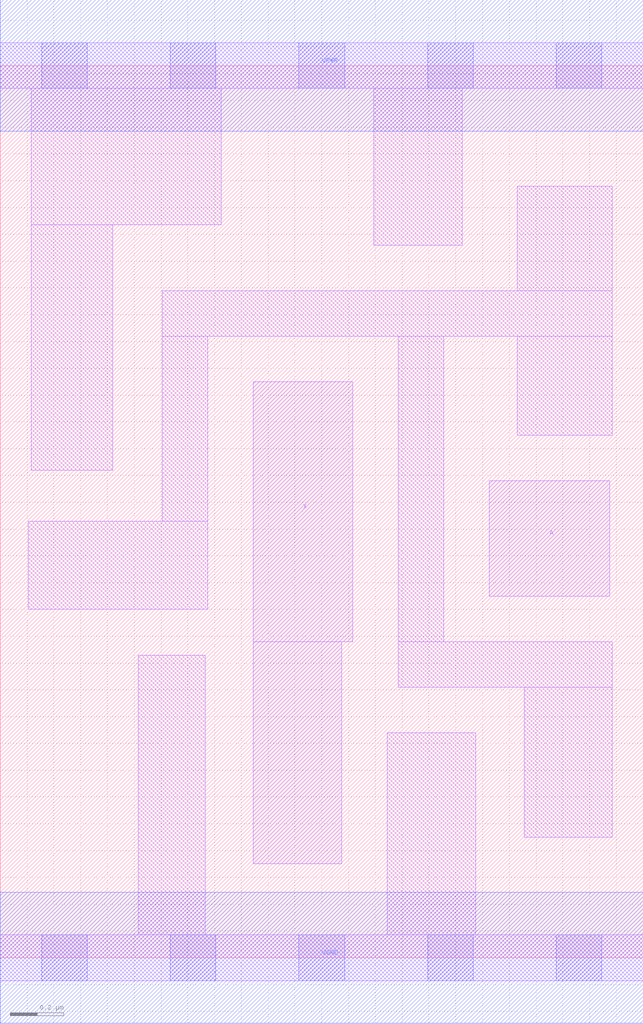
<source format=lef>
# Copyright 2020 The SkyWater PDK Authors
#
# Licensed under the Apache License, Version 2.0 (the "License");
# you may not use this file except in compliance with the License.
# You may obtain a copy of the License at
#
#     https://www.apache.org/licenses/LICENSE-2.0
#
# Unless required by applicable law or agreed to in writing, software
# distributed under the License is distributed on an "AS IS" BASIS,
# WITHOUT WARRANTIES OR CONDITIONS OF ANY KIND, either express or implied.
# See the License for the specific language governing permissions and
# limitations under the License.
#
# SPDX-License-Identifier: Apache-2.0

VERSION 5.7 ;
  NAMESCASESENSITIVE ON ;
  NOWIREEXTENSIONATPIN ON ;
  DIVIDERCHAR "/" ;
  BUSBITCHARS "[]" ;
UNITS
  DATABASE MICRONS 200 ;
END UNITS
MACRO sky130_fd_sc_ms__buf_2
  CLASS CORE ;
  SOURCE USER ;
  FOREIGN sky130_fd_sc_ms__buf_2 ;
  ORIGIN  0.000000  0.000000 ;
  SIZE  2.400000 BY  3.330000 ;
  SYMMETRY X Y ;
  SITE unit ;
  PIN A
    ANTENNAGATEAREA  0.276000 ;
    DIRECTION INPUT ;
    USE SIGNAL ;
    PORT
      LAYER li1 ;
        RECT 1.825000 1.350000 2.275000 1.780000 ;
    END
  END A
  PIN X
    ANTENNADIFFAREA  0.509600 ;
    DIRECTION OUTPUT ;
    USE SIGNAL ;
    PORT
      LAYER li1 ;
        RECT 0.945000 0.350000 1.275000 1.180000 ;
        RECT 0.945000 1.180000 1.315000 2.150000 ;
    END
  END X
  PIN VGND
    DIRECTION INOUT ;
    USE GROUND ;
    PORT
      LAYER met1 ;
        RECT 0.000000 -0.245000 2.400000 0.245000 ;
    END
  END VGND
  PIN VPWR
    DIRECTION INOUT ;
    USE POWER ;
    PORT
      LAYER met1 ;
        RECT 0.000000 3.085000 2.400000 3.575000 ;
    END
  END VPWR
  OBS
    LAYER li1 ;
      RECT 0.000000 -0.085000 2.400000 0.085000 ;
      RECT 0.000000  3.245000 2.400000 3.415000 ;
      RECT 0.105000  1.300000 0.775000 1.630000 ;
      RECT 0.115000  1.820000 0.420000 2.735000 ;
      RECT 0.115000  2.735000 0.825000 3.245000 ;
      RECT 0.515000  0.085000 0.765000 1.130000 ;
      RECT 0.605000  1.630000 0.775000 2.320000 ;
      RECT 0.605000  2.320000 2.285000 2.490000 ;
      RECT 1.395000  2.660000 1.725000 3.245000 ;
      RECT 1.445000  0.085000 1.775000 0.840000 ;
      RECT 1.485000  1.010000 2.285000 1.180000 ;
      RECT 1.485000  1.180000 1.655000 2.320000 ;
      RECT 1.930000  1.950000 2.285000 2.320000 ;
      RECT 1.930000  2.490000 2.285000 2.880000 ;
      RECT 1.955000  0.450000 2.285000 1.010000 ;
    LAYER mcon ;
      RECT 0.155000 -0.085000 0.325000 0.085000 ;
      RECT 0.155000  3.245000 0.325000 3.415000 ;
      RECT 0.635000 -0.085000 0.805000 0.085000 ;
      RECT 0.635000  3.245000 0.805000 3.415000 ;
      RECT 1.115000 -0.085000 1.285000 0.085000 ;
      RECT 1.115000  3.245000 1.285000 3.415000 ;
      RECT 1.595000 -0.085000 1.765000 0.085000 ;
      RECT 1.595000  3.245000 1.765000 3.415000 ;
      RECT 2.075000 -0.085000 2.245000 0.085000 ;
      RECT 2.075000  3.245000 2.245000 3.415000 ;
  END
END sky130_fd_sc_ms__buf_2
END LIBRARY

</source>
